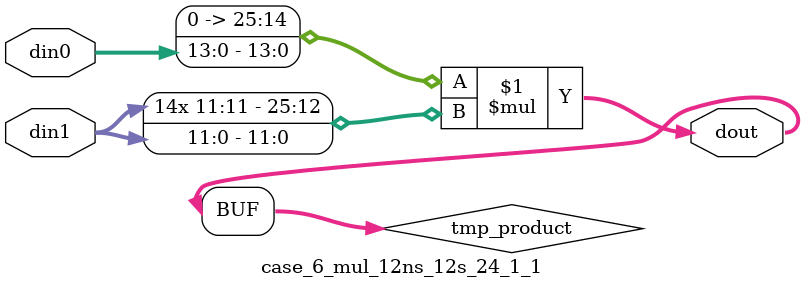
<source format=v>

`timescale 1 ns / 1 ps

 (* use_dsp = "no" *)  module case_6_mul_12ns_12s_24_1_1(din0, din1, dout);
parameter ID = 1;
parameter NUM_STAGE = 0;
parameter din0_WIDTH = 14;
parameter din1_WIDTH = 12;
parameter dout_WIDTH = 26;

input [din0_WIDTH - 1 : 0] din0; 
input [din1_WIDTH - 1 : 0] din1; 
output [dout_WIDTH - 1 : 0] dout;

wire signed [dout_WIDTH - 1 : 0] tmp_product;

























assign tmp_product = $signed({1'b0, din0}) * $signed(din1);










assign dout = tmp_product;





















endmodule

</source>
